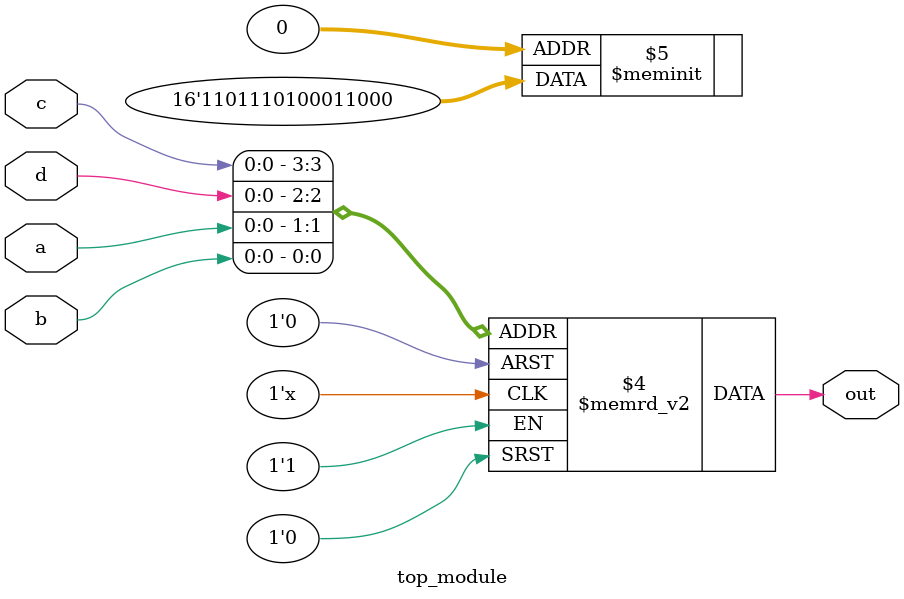
<source format=sv>
module top_module (
    input wire a, 
    input wire b,
    input wire c,
    input wire d,
    output reg out
);

always @(*) begin
    case ({c, d, a, b})
        4'b0000: out = 0; // Don't care condition, choosing 0
        4'b0001: out = 0;
        4'b0010: out = 0;
        4'b0011: out = 1;
        4'b0100: out = 1;
        4'b0101: out = 0; // Don't care condition, choosing 0
        4'b0110: out = 0; // Don't care condition, choosing 0
        4'b0111: out = 0; // Don't care condition, choosing 0
        4'b1000: out = 1;
        4'b1001: out = 0;
        4'b1010: out = 1;
        4'b1011: out = 1;
        4'b1100: out = 1;
        4'b1101: out = 0;
        4'b1110: out = 1; // Don't care condition, choosing 1
        4'b1111: out = 1;
        default: out = 0; // Default case just in case, but should never happen
    endcase
end

endmodule

</source>
